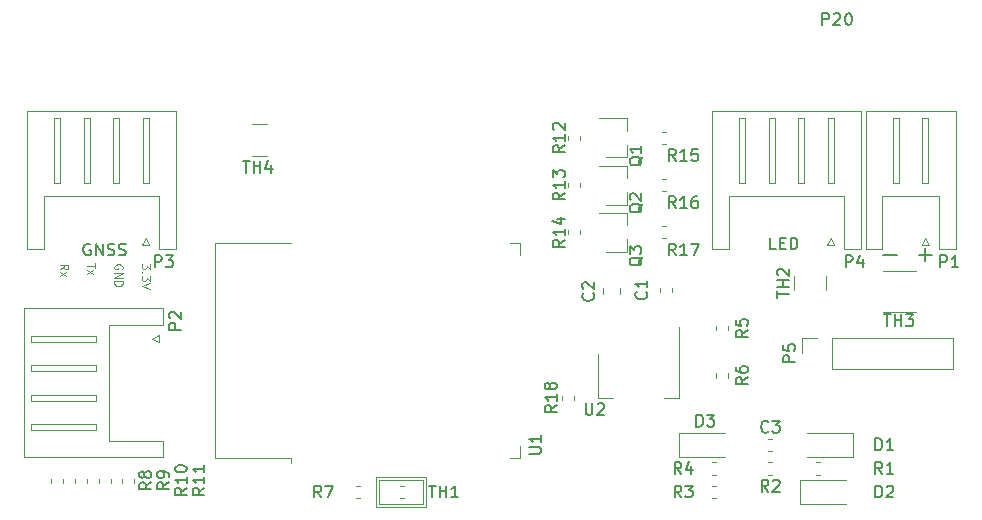
<source format=gto>
%TF.GenerationSoftware,KiCad,Pcbnew,(5.1.6)-1*%
%TF.CreationDate,2021-03-30T00:51:02+09:00*%
%TF.ProjectId,CubBELMonitor,43756242-454c-44d6-9f6e-69746f722e6b,rev?*%
%TF.SameCoordinates,Original*%
%TF.FileFunction,Legend,Top*%
%TF.FilePolarity,Positive*%
%FSLAX46Y46*%
G04 Gerber Fmt 4.6, Leading zero omitted, Abs format (unit mm)*
G04 Created by KiCad (PCBNEW (5.1.6)-1) date 2021-03-30 00:51:02*
%MOMM*%
%LPD*%
G01*
G04 APERTURE LIST*
%ADD10C,0.120000*%
%ADD11C,0.100000*%
%ADD12C,0.150000*%
%ADD13R,0.900000X2.000000*%
%ADD14R,2.000000X0.900000*%
%ADD15R,5.000000X5.000000*%
%ADD16O,1.950000X1.700000*%
%ADD17O,2.000000X1.700000*%
%ADD18R,1.200000X4.000000*%
%ADD19R,1.500000X2.000000*%
%ADD20R,3.800000X2.000000*%
%ADD21R,0.900000X0.800000*%
%ADD22R,1.700000X1.700000*%
%ADD23O,1.700000X1.700000*%
%ADD24O,1.700000X1.950000*%
%ADD25O,1.700000X2.000000*%
%ADD26R,0.900000X1.200000*%
G04 APERTURE END LIST*
D10*
X90500000Y-81750000D02*
X90500000Y-82000000D01*
X94750000Y-81750000D02*
X90500000Y-81750000D01*
X94750000Y-84250000D02*
X94750000Y-81750000D01*
X90500000Y-84250000D02*
X94750000Y-84250000D01*
X90500000Y-82000000D02*
X90500000Y-84250000D01*
X94500000Y-82000000D02*
X90750000Y-82000000D01*
X94500000Y-84000000D02*
X94500000Y-82000000D01*
X90750000Y-84000000D02*
X94500000Y-84000000D01*
X90750000Y-82000000D02*
X90750000Y-84000000D01*
D11*
X71333333Y-63665000D02*
X71333333Y-64098333D01*
X71066666Y-63865000D01*
X71066666Y-63965000D01*
X71033333Y-64031666D01*
X71000000Y-64065000D01*
X70933333Y-64098333D01*
X70766666Y-64098333D01*
X70700000Y-64065000D01*
X70666666Y-64031666D01*
X70633333Y-63965000D01*
X70633333Y-63765000D01*
X70666666Y-63698333D01*
X70700000Y-63665000D01*
X70700000Y-64398333D02*
X70666666Y-64431666D01*
X70633333Y-64398333D01*
X70666666Y-64365000D01*
X70700000Y-64398333D01*
X70633333Y-64398333D01*
X71333333Y-64665000D02*
X71333333Y-65098333D01*
X71066666Y-64865000D01*
X71066666Y-64965000D01*
X71033333Y-65031666D01*
X71000000Y-65065000D01*
X70933333Y-65098333D01*
X70766666Y-65098333D01*
X70700000Y-65065000D01*
X70666666Y-65031666D01*
X70633333Y-64965000D01*
X70633333Y-64765000D01*
X70666666Y-64698333D01*
X70700000Y-64665000D01*
X71333333Y-65298333D02*
X70633333Y-65531666D01*
X71333333Y-65765000D01*
X69000000Y-64098333D02*
X69033333Y-64031666D01*
X69033333Y-63931666D01*
X69000000Y-63831666D01*
X68933333Y-63765000D01*
X68866666Y-63731666D01*
X68733333Y-63698333D01*
X68633333Y-63698333D01*
X68500000Y-63731666D01*
X68433333Y-63765000D01*
X68366666Y-63831666D01*
X68333333Y-63931666D01*
X68333333Y-63998333D01*
X68366666Y-64098333D01*
X68400000Y-64131666D01*
X68633333Y-64131666D01*
X68633333Y-63998333D01*
X68333333Y-64431666D02*
X69033333Y-64431666D01*
X68333333Y-64831666D01*
X69033333Y-64831666D01*
X68333333Y-65165000D02*
X69033333Y-65165000D01*
X69033333Y-65331666D01*
X69000000Y-65431666D01*
X68933333Y-65498333D01*
X68866666Y-65531666D01*
X68733333Y-65565000D01*
X68633333Y-65565000D01*
X68500000Y-65531666D01*
X68433333Y-65498333D01*
X68366666Y-65431666D01*
X68333333Y-65331666D01*
X68333333Y-65165000D01*
X66733333Y-63631666D02*
X66733333Y-64031666D01*
X66033333Y-63831666D02*
X66733333Y-63831666D01*
X66033333Y-64198333D02*
X66500000Y-64565000D01*
X66500000Y-64198333D02*
X66033333Y-64565000D01*
X63733333Y-64131666D02*
X64066666Y-63898333D01*
X63733333Y-63731666D02*
X64433333Y-63731666D01*
X64433333Y-63998333D01*
X64400000Y-64065000D01*
X64366666Y-64098333D01*
X64300000Y-64131666D01*
X64200000Y-64131666D01*
X64133333Y-64098333D01*
X64100000Y-64065000D01*
X64066666Y-63998333D01*
X64066666Y-63731666D01*
X63733333Y-64365000D02*
X64200000Y-64731666D01*
X64200000Y-64365000D02*
X63733333Y-64731666D01*
D12*
X66285714Y-62000000D02*
X66190476Y-61952380D01*
X66047619Y-61952380D01*
X65904761Y-62000000D01*
X65809523Y-62095238D01*
X65761904Y-62190476D01*
X65714285Y-62380952D01*
X65714285Y-62523809D01*
X65761904Y-62714285D01*
X65809523Y-62809523D01*
X65904761Y-62904761D01*
X66047619Y-62952380D01*
X66142857Y-62952380D01*
X66285714Y-62904761D01*
X66333333Y-62857142D01*
X66333333Y-62523809D01*
X66142857Y-62523809D01*
X66761904Y-62952380D02*
X66761904Y-61952380D01*
X67333333Y-62952380D01*
X67333333Y-61952380D01*
X67761904Y-62904761D02*
X67904761Y-62952380D01*
X68142857Y-62952380D01*
X68238095Y-62904761D01*
X68285714Y-62857142D01*
X68333333Y-62761904D01*
X68333333Y-62666666D01*
X68285714Y-62571428D01*
X68238095Y-62523809D01*
X68142857Y-62476190D01*
X67952380Y-62428571D01*
X67857142Y-62380952D01*
X67809523Y-62333333D01*
X67761904Y-62238095D01*
X67761904Y-62142857D01*
X67809523Y-62047619D01*
X67857142Y-62000000D01*
X67952380Y-61952380D01*
X68190476Y-61952380D01*
X68333333Y-62000000D01*
X68714285Y-62904761D02*
X68857142Y-62952380D01*
X69095238Y-62952380D01*
X69190476Y-62904761D01*
X69238095Y-62857142D01*
X69285714Y-62761904D01*
X69285714Y-62666666D01*
X69238095Y-62571428D01*
X69190476Y-62523809D01*
X69095238Y-62476190D01*
X68904761Y-62428571D01*
X68809523Y-62380952D01*
X68761904Y-62333333D01*
X68714285Y-62238095D01*
X68714285Y-62142857D01*
X68761904Y-62047619D01*
X68809523Y-62000000D01*
X68904761Y-61952380D01*
X69142857Y-61952380D01*
X69285714Y-62000000D01*
X137571428Y-62892857D02*
X136428571Y-62892857D01*
X137000000Y-62321428D02*
X137000000Y-63464285D01*
X134571428Y-62892857D02*
X133428571Y-62892857D01*
X124357142Y-62452380D02*
X123880952Y-62452380D01*
X123880952Y-61452380D01*
X124690476Y-61928571D02*
X125023809Y-61928571D01*
X125166666Y-62452380D02*
X124690476Y-62452380D01*
X124690476Y-61452380D01*
X125166666Y-61452380D01*
X125595238Y-62452380D02*
X125595238Y-61452380D01*
X125833333Y-61452380D01*
X125976190Y-61500000D01*
X126071428Y-61595238D01*
X126119047Y-61690476D01*
X126166666Y-61880952D01*
X126166666Y-62023809D01*
X126119047Y-62214285D01*
X126071428Y-62309523D01*
X125976190Y-62404761D01*
X125833333Y-62452380D01*
X125595238Y-62452380D01*
D10*
%TO.C,R18*%
X107260000Y-75171267D02*
X107260000Y-74828733D01*
X106240000Y-75171267D02*
X106240000Y-74828733D01*
%TO.C,U1*%
X101855000Y-80120000D02*
X102635000Y-80120000D01*
X102635000Y-80120000D02*
X102635000Y-79120000D01*
X101855000Y-61880000D02*
X102635000Y-61880000D01*
X102635000Y-61880000D02*
X102635000Y-62880000D01*
X76890000Y-80120000D02*
X76890000Y-61880000D01*
X76890000Y-61880000D02*
X83310000Y-61880000D01*
X76890000Y-80120000D02*
X83310000Y-80120000D01*
X83310000Y-80120000D02*
X83310000Y-80500000D01*
%TO.C,C3*%
X123703733Y-79510000D02*
X124046267Y-79510000D01*
X123703733Y-78490000D02*
X124046267Y-78490000D01*
%TO.C,P2*%
X60690000Y-73750000D02*
X60690000Y-67440000D01*
X60690000Y-67440000D02*
X72410000Y-67440000D01*
X72410000Y-67440000D02*
X72410000Y-68860000D01*
X72410000Y-68860000D02*
X67910000Y-68860000D01*
X67910000Y-68860000D02*
X67910000Y-73750000D01*
X60690000Y-73750000D02*
X60690000Y-80060000D01*
X60690000Y-80060000D02*
X72410000Y-80060000D01*
X72410000Y-80060000D02*
X72410000Y-78640000D01*
X72410000Y-78640000D02*
X67910000Y-78640000D01*
X67910000Y-78640000D02*
X67910000Y-73750000D01*
X66800000Y-69750000D02*
X61300000Y-69750000D01*
X61300000Y-69750000D02*
X61300000Y-70250000D01*
X61300000Y-70250000D02*
X66800000Y-70250000D01*
X66800000Y-70250000D02*
X66800000Y-69750000D01*
X66800000Y-72250000D02*
X61300000Y-72250000D01*
X61300000Y-72250000D02*
X61300000Y-72750000D01*
X61300000Y-72750000D02*
X66800000Y-72750000D01*
X66800000Y-72750000D02*
X66800000Y-72250000D01*
X66800000Y-74750000D02*
X61300000Y-74750000D01*
X61300000Y-74750000D02*
X61300000Y-75250000D01*
X61300000Y-75250000D02*
X66800000Y-75250000D01*
X66800000Y-75250000D02*
X66800000Y-74750000D01*
X66800000Y-77250000D02*
X61300000Y-77250000D01*
X61300000Y-77250000D02*
X61300000Y-77750000D01*
X61300000Y-77750000D02*
X66800000Y-77750000D01*
X66800000Y-77750000D02*
X66800000Y-77250000D01*
X71500000Y-70000000D02*
X72100000Y-69700000D01*
X72100000Y-69700000D02*
X72100000Y-70300000D01*
X72100000Y-70300000D02*
X71500000Y-70000000D01*
%TO.C,U2*%
X109290000Y-75060000D02*
X110550000Y-75060000D01*
X116110000Y-75060000D02*
X114850000Y-75060000D01*
X109290000Y-71300000D02*
X109290000Y-75060000D01*
X116110000Y-69050000D02*
X116110000Y-75060000D01*
%TO.C,TH4*%
X80010436Y-51840000D02*
X81214564Y-51840000D01*
X80010436Y-54560000D02*
X81214564Y-54560000D01*
%TO.C,TH3*%
X133388748Y-64290000D02*
X136161252Y-64290000D01*
X133388748Y-67710000D02*
X136161252Y-67710000D01*
%TO.C,TH2*%
X128610000Y-64660436D02*
X128610000Y-65864564D01*
X125890000Y-64660436D02*
X125890000Y-65864564D01*
%TO.C,TH1*%
X92503733Y-82490000D02*
X92846267Y-82490000D01*
X92503733Y-83510000D02*
X92846267Y-83510000D01*
%TO.C,R17*%
X115046267Y-61510000D02*
X114703733Y-61510000D01*
X115046267Y-60490000D02*
X114703733Y-60490000D01*
%TO.C,R16*%
X115046267Y-57510000D02*
X114703733Y-57510000D01*
X115046267Y-56490000D02*
X114703733Y-56490000D01*
%TO.C,R15*%
X115046267Y-53510000D02*
X114703733Y-53510000D01*
X115046267Y-52490000D02*
X114703733Y-52490000D01*
%TO.C,R14*%
X107760000Y-60828733D02*
X107760000Y-61171267D01*
X106740000Y-60828733D02*
X106740000Y-61171267D01*
%TO.C,R13*%
X107760000Y-56828733D02*
X107760000Y-57171267D01*
X106740000Y-56828733D02*
X106740000Y-57171267D01*
%TO.C,R12*%
X107760000Y-52828733D02*
X107760000Y-53171267D01*
X106740000Y-52828733D02*
X106740000Y-53171267D01*
%TO.C,R11*%
X68990000Y-82246267D02*
X68990000Y-81903733D01*
X70010000Y-82246267D02*
X70010000Y-81903733D01*
%TO.C,R10*%
X66990000Y-82246267D02*
X66990000Y-81903733D01*
X68010000Y-82246267D02*
X68010000Y-81903733D01*
%TO.C,R9*%
X64990000Y-82246267D02*
X64990000Y-81903733D01*
X66010000Y-82246267D02*
X66010000Y-81903733D01*
%TO.C,R8*%
X62990000Y-82246267D02*
X62990000Y-81903733D01*
X64010000Y-82246267D02*
X64010000Y-81903733D01*
%TO.C,R7*%
X88753733Y-82490000D02*
X89096267Y-82490000D01*
X88753733Y-83510000D02*
X89096267Y-83510000D01*
%TO.C,R6*%
X119240000Y-72953733D02*
X119240000Y-73296267D01*
X120260000Y-72953733D02*
X120260000Y-73296267D01*
%TO.C,R5*%
X120260000Y-68953733D02*
X120260000Y-69296267D01*
X119240000Y-68953733D02*
X119240000Y-69296267D01*
%TO.C,R4*%
X119296267Y-81510000D02*
X118953733Y-81510000D01*
X119296267Y-80490000D02*
X118953733Y-80490000D01*
%TO.C,R3*%
X119296267Y-83510000D02*
X118953733Y-83510000D01*
X119296267Y-82490000D02*
X118953733Y-82490000D01*
%TO.C,R2*%
X124046267Y-81510000D02*
X123703733Y-81510000D01*
X124046267Y-80490000D02*
X123703733Y-80490000D01*
%TO.C,R1*%
X128046267Y-81510000D02*
X127703733Y-81510000D01*
X128046267Y-80490000D02*
X127703733Y-80490000D01*
%TO.C,Q3*%
X109350000Y-59350000D02*
X111750000Y-59350000D01*
X111750000Y-59350000D02*
X111750000Y-60400000D01*
X109950000Y-62650000D02*
X111750000Y-62650000D01*
X111750000Y-62650000D02*
X111750000Y-61600000D01*
%TO.C,Q2*%
X109350000Y-55350000D02*
X111750000Y-55350000D01*
X111750000Y-55350000D02*
X111750000Y-56400000D01*
X109950000Y-58650000D02*
X111750000Y-58650000D01*
X111750000Y-58650000D02*
X111750000Y-57600000D01*
%TO.C,Q1*%
X109350000Y-51350000D02*
X111750000Y-51350000D01*
X111750000Y-51350000D02*
X111750000Y-52400000D01*
X109950000Y-54650000D02*
X111750000Y-54650000D01*
X111750000Y-54650000D02*
X111750000Y-53600000D01*
%TO.C,P5*%
X129110000Y-72580000D02*
X129110000Y-69920000D01*
X129110000Y-72580000D02*
X139330000Y-72580000D01*
X139330000Y-72580000D02*
X139330000Y-69920000D01*
X129110000Y-69920000D02*
X139330000Y-69920000D01*
X126510000Y-69920000D02*
X127840000Y-69920000D01*
X126510000Y-71250000D02*
X126510000Y-69920000D01*
%TO.C,P4*%
X125250000Y-50690000D02*
X131560000Y-50690000D01*
X131560000Y-50690000D02*
X131560000Y-62410000D01*
X131560000Y-62410000D02*
X130140000Y-62410000D01*
X130140000Y-62410000D02*
X130140000Y-57910000D01*
X130140000Y-57910000D02*
X125250000Y-57910000D01*
X125250000Y-50690000D02*
X118940000Y-50690000D01*
X118940000Y-50690000D02*
X118940000Y-62410000D01*
X118940000Y-62410000D02*
X120360000Y-62410000D01*
X120360000Y-62410000D02*
X120360000Y-57910000D01*
X120360000Y-57910000D02*
X125250000Y-57910000D01*
X129250000Y-56800000D02*
X129250000Y-51300000D01*
X129250000Y-51300000D02*
X128750000Y-51300000D01*
X128750000Y-51300000D02*
X128750000Y-56800000D01*
X128750000Y-56800000D02*
X129250000Y-56800000D01*
X126750000Y-56800000D02*
X126750000Y-51300000D01*
X126750000Y-51300000D02*
X126250000Y-51300000D01*
X126250000Y-51300000D02*
X126250000Y-56800000D01*
X126250000Y-56800000D02*
X126750000Y-56800000D01*
X124250000Y-56800000D02*
X124250000Y-51300000D01*
X124250000Y-51300000D02*
X123750000Y-51300000D01*
X123750000Y-51300000D02*
X123750000Y-56800000D01*
X123750000Y-56800000D02*
X124250000Y-56800000D01*
X121750000Y-56800000D02*
X121750000Y-51300000D01*
X121750000Y-51300000D02*
X121250000Y-51300000D01*
X121250000Y-51300000D02*
X121250000Y-56800000D01*
X121250000Y-56800000D02*
X121750000Y-56800000D01*
X129000000Y-61500000D02*
X129300000Y-62100000D01*
X129300000Y-62100000D02*
X128700000Y-62100000D01*
X128700000Y-62100000D02*
X129000000Y-61500000D01*
%TO.C,P3*%
X70700000Y-62100000D02*
X71000000Y-61500000D01*
X71300000Y-62100000D02*
X70700000Y-62100000D01*
X71000000Y-61500000D02*
X71300000Y-62100000D01*
X63250000Y-56800000D02*
X63750000Y-56800000D01*
X63250000Y-51300000D02*
X63250000Y-56800000D01*
X63750000Y-51300000D02*
X63250000Y-51300000D01*
X63750000Y-56800000D02*
X63750000Y-51300000D01*
X65750000Y-56800000D02*
X66250000Y-56800000D01*
X65750000Y-51300000D02*
X65750000Y-56800000D01*
X66250000Y-51300000D02*
X65750000Y-51300000D01*
X66250000Y-56800000D02*
X66250000Y-51300000D01*
X68250000Y-56800000D02*
X68750000Y-56800000D01*
X68250000Y-51300000D02*
X68250000Y-56800000D01*
X68750000Y-51300000D02*
X68250000Y-51300000D01*
X68750000Y-56800000D02*
X68750000Y-51300000D01*
X70750000Y-56800000D02*
X71250000Y-56800000D01*
X70750000Y-51300000D02*
X70750000Y-56800000D01*
X71250000Y-51300000D02*
X70750000Y-51300000D01*
X71250000Y-56800000D02*
X71250000Y-51300000D01*
X62360000Y-57910000D02*
X67250000Y-57910000D01*
X62360000Y-62410000D02*
X62360000Y-57910000D01*
X60940000Y-62410000D02*
X62360000Y-62410000D01*
X60940000Y-50690000D02*
X60940000Y-62410000D01*
X67250000Y-50690000D02*
X60940000Y-50690000D01*
X72140000Y-57910000D02*
X67250000Y-57910000D01*
X72140000Y-62410000D02*
X72140000Y-57910000D01*
X73560000Y-62410000D02*
X72140000Y-62410000D01*
X73560000Y-50690000D02*
X73560000Y-62410000D01*
X67250000Y-50690000D02*
X73560000Y-50690000D01*
%TO.C,P1*%
X135750000Y-50690000D02*
X139560000Y-50690000D01*
X139560000Y-50690000D02*
X139560000Y-62410000D01*
X139560000Y-62410000D02*
X138140000Y-62410000D01*
X138140000Y-62410000D02*
X138140000Y-57910000D01*
X138140000Y-57910000D02*
X135750000Y-57910000D01*
X135750000Y-50690000D02*
X131940000Y-50690000D01*
X131940000Y-50690000D02*
X131940000Y-62410000D01*
X131940000Y-62410000D02*
X133360000Y-62410000D01*
X133360000Y-62410000D02*
X133360000Y-57910000D01*
X133360000Y-57910000D02*
X135750000Y-57910000D01*
X137250000Y-56800000D02*
X137250000Y-51300000D01*
X137250000Y-51300000D02*
X136750000Y-51300000D01*
X136750000Y-51300000D02*
X136750000Y-56800000D01*
X136750000Y-56800000D02*
X137250000Y-56800000D01*
X134750000Y-56800000D02*
X134750000Y-51300000D01*
X134750000Y-51300000D02*
X134250000Y-51300000D01*
X134250000Y-51300000D02*
X134250000Y-56800000D01*
X134250000Y-56800000D02*
X134750000Y-56800000D01*
X137000000Y-61500000D02*
X137300000Y-62100000D01*
X137300000Y-62100000D02*
X136700000Y-62100000D01*
X136700000Y-62100000D02*
X137000000Y-61500000D01*
%TO.C,D3*%
X116100000Y-78000000D02*
X116100000Y-80000000D01*
X116100000Y-80000000D02*
X120000000Y-80000000D01*
X116100000Y-78000000D02*
X120000000Y-78000000D01*
%TO.C,D2*%
X126400000Y-82000000D02*
X126400000Y-84000000D01*
X126400000Y-84000000D02*
X130300000Y-84000000D01*
X126400000Y-82000000D02*
X130300000Y-82000000D01*
%TO.C,D1*%
X130900000Y-80000000D02*
X130900000Y-78000000D01*
X130900000Y-78000000D02*
X127000000Y-78000000D01*
X130900000Y-80000000D02*
X127000000Y-80000000D01*
%TO.C,C2*%
X109690000Y-66236252D02*
X109690000Y-65713748D01*
X111110000Y-66236252D02*
X111110000Y-65713748D01*
%TO.C,C1*%
X114490000Y-66046267D02*
X114490000Y-65703733D01*
X115510000Y-66046267D02*
X115510000Y-65703733D01*
%TO.C,R18*%
D12*
X105772380Y-75642857D02*
X105296190Y-75976190D01*
X105772380Y-76214285D02*
X104772380Y-76214285D01*
X104772380Y-75833333D01*
X104820000Y-75738095D01*
X104867619Y-75690476D01*
X104962857Y-75642857D01*
X105105714Y-75642857D01*
X105200952Y-75690476D01*
X105248571Y-75738095D01*
X105296190Y-75833333D01*
X105296190Y-76214285D01*
X105772380Y-74690476D02*
X105772380Y-75261904D01*
X105772380Y-74976190D02*
X104772380Y-74976190D01*
X104915238Y-75071428D01*
X105010476Y-75166666D01*
X105058095Y-75261904D01*
X105200952Y-74119047D02*
X105153333Y-74214285D01*
X105105714Y-74261904D01*
X105010476Y-74309523D01*
X104962857Y-74309523D01*
X104867619Y-74261904D01*
X104820000Y-74214285D01*
X104772380Y-74119047D01*
X104772380Y-73928571D01*
X104820000Y-73833333D01*
X104867619Y-73785714D01*
X104962857Y-73738095D01*
X105010476Y-73738095D01*
X105105714Y-73785714D01*
X105153333Y-73833333D01*
X105200952Y-73928571D01*
X105200952Y-74119047D01*
X105248571Y-74214285D01*
X105296190Y-74261904D01*
X105391428Y-74309523D01*
X105581904Y-74309523D01*
X105677142Y-74261904D01*
X105724761Y-74214285D01*
X105772380Y-74119047D01*
X105772380Y-73928571D01*
X105724761Y-73833333D01*
X105677142Y-73785714D01*
X105581904Y-73738095D01*
X105391428Y-73738095D01*
X105296190Y-73785714D01*
X105248571Y-73833333D01*
X105200952Y-73928571D01*
%TO.C,U1*%
X103452380Y-79761904D02*
X104261904Y-79761904D01*
X104357142Y-79714285D01*
X104404761Y-79666666D01*
X104452380Y-79571428D01*
X104452380Y-79380952D01*
X104404761Y-79285714D01*
X104357142Y-79238095D01*
X104261904Y-79190476D01*
X103452380Y-79190476D01*
X104452380Y-78190476D02*
X104452380Y-78761904D01*
X104452380Y-78476190D02*
X103452380Y-78476190D01*
X103595238Y-78571428D01*
X103690476Y-78666666D01*
X103738095Y-78761904D01*
%TO.C,C3*%
X123708333Y-77857142D02*
X123660714Y-77904761D01*
X123517857Y-77952380D01*
X123422619Y-77952380D01*
X123279761Y-77904761D01*
X123184523Y-77809523D01*
X123136904Y-77714285D01*
X123089285Y-77523809D01*
X123089285Y-77380952D01*
X123136904Y-77190476D01*
X123184523Y-77095238D01*
X123279761Y-77000000D01*
X123422619Y-76952380D01*
X123517857Y-76952380D01*
X123660714Y-77000000D01*
X123708333Y-77047619D01*
X124041666Y-76952380D02*
X124660714Y-76952380D01*
X124327380Y-77333333D01*
X124470238Y-77333333D01*
X124565476Y-77380952D01*
X124613095Y-77428571D01*
X124660714Y-77523809D01*
X124660714Y-77761904D01*
X124613095Y-77857142D01*
X124565476Y-77904761D01*
X124470238Y-77952380D01*
X124184523Y-77952380D01*
X124089285Y-77904761D01*
X124041666Y-77857142D01*
%TO.C,P2*%
X73952380Y-69238095D02*
X72952380Y-69238095D01*
X72952380Y-68857142D01*
X73000000Y-68761904D01*
X73047619Y-68714285D01*
X73142857Y-68666666D01*
X73285714Y-68666666D01*
X73380952Y-68714285D01*
X73428571Y-68761904D01*
X73476190Y-68857142D01*
X73476190Y-69238095D01*
X73047619Y-68285714D02*
X73000000Y-68238095D01*
X72952380Y-68142857D01*
X72952380Y-67904761D01*
X73000000Y-67809523D01*
X73047619Y-67761904D01*
X73142857Y-67714285D01*
X73238095Y-67714285D01*
X73380952Y-67761904D01*
X73952380Y-68333333D01*
X73952380Y-67714285D01*
%TO.C,P20*%
X128285714Y-43452380D02*
X128285714Y-42452380D01*
X128666666Y-42452380D01*
X128761904Y-42500000D01*
X128809523Y-42547619D01*
X128857142Y-42642857D01*
X128857142Y-42785714D01*
X128809523Y-42880952D01*
X128761904Y-42928571D01*
X128666666Y-42976190D01*
X128285714Y-42976190D01*
X129238095Y-42547619D02*
X129285714Y-42500000D01*
X129380952Y-42452380D01*
X129619047Y-42452380D01*
X129714285Y-42500000D01*
X129761904Y-42547619D01*
X129809523Y-42642857D01*
X129809523Y-42738095D01*
X129761904Y-42880952D01*
X129190476Y-43452380D01*
X129809523Y-43452380D01*
X130428571Y-42452380D02*
X130523809Y-42452380D01*
X130619047Y-42500000D01*
X130666666Y-42547619D01*
X130714285Y-42642857D01*
X130761904Y-42833333D01*
X130761904Y-43071428D01*
X130714285Y-43261904D01*
X130666666Y-43357142D01*
X130619047Y-43404761D01*
X130523809Y-43452380D01*
X130428571Y-43452380D01*
X130333333Y-43404761D01*
X130285714Y-43357142D01*
X130238095Y-43261904D01*
X130190476Y-43071428D01*
X130190476Y-42833333D01*
X130238095Y-42642857D01*
X130285714Y-42547619D01*
X130333333Y-42500000D01*
X130428571Y-42452380D01*
%TO.C,U2*%
X108238095Y-75452380D02*
X108238095Y-76261904D01*
X108285714Y-76357142D01*
X108333333Y-76404761D01*
X108428571Y-76452380D01*
X108619047Y-76452380D01*
X108714285Y-76404761D01*
X108761904Y-76357142D01*
X108809523Y-76261904D01*
X108809523Y-75452380D01*
X109238095Y-75547619D02*
X109285714Y-75500000D01*
X109380952Y-75452380D01*
X109619047Y-75452380D01*
X109714285Y-75500000D01*
X109761904Y-75547619D01*
X109809523Y-75642857D01*
X109809523Y-75738095D01*
X109761904Y-75880952D01*
X109190476Y-76452380D01*
X109809523Y-76452380D01*
%TO.C,TH4*%
X79214285Y-54952380D02*
X79785714Y-54952380D01*
X79500000Y-55952380D02*
X79500000Y-54952380D01*
X80119047Y-55952380D02*
X80119047Y-54952380D01*
X80119047Y-55428571D02*
X80690476Y-55428571D01*
X80690476Y-55952380D02*
X80690476Y-54952380D01*
X81595238Y-55285714D02*
X81595238Y-55952380D01*
X81357142Y-54904761D02*
X81119047Y-55619047D01*
X81738095Y-55619047D01*
%TO.C,TH3*%
X133489285Y-67952380D02*
X134060714Y-67952380D01*
X133775000Y-68952380D02*
X133775000Y-67952380D01*
X134394047Y-68952380D02*
X134394047Y-67952380D01*
X134394047Y-68428571D02*
X134965476Y-68428571D01*
X134965476Y-68952380D02*
X134965476Y-67952380D01*
X135346428Y-67952380D02*
X135965476Y-67952380D01*
X135632142Y-68333333D01*
X135775000Y-68333333D01*
X135870238Y-68380952D01*
X135917857Y-68428571D01*
X135965476Y-68523809D01*
X135965476Y-68761904D01*
X135917857Y-68857142D01*
X135870238Y-68904761D01*
X135775000Y-68952380D01*
X135489285Y-68952380D01*
X135394047Y-68904761D01*
X135346428Y-68857142D01*
%TO.C,TH2*%
X124452380Y-66548214D02*
X124452380Y-65976785D01*
X125452380Y-66262500D02*
X124452380Y-66262500D01*
X125452380Y-65643452D02*
X124452380Y-65643452D01*
X124928571Y-65643452D02*
X124928571Y-65072023D01*
X125452380Y-65072023D02*
X124452380Y-65072023D01*
X124547619Y-64643452D02*
X124500000Y-64595833D01*
X124452380Y-64500595D01*
X124452380Y-64262500D01*
X124500000Y-64167261D01*
X124547619Y-64119642D01*
X124642857Y-64072023D01*
X124738095Y-64072023D01*
X124880952Y-64119642D01*
X125452380Y-64691071D01*
X125452380Y-64072023D01*
%TO.C,TH1*%
X94964285Y-82452380D02*
X95535714Y-82452380D01*
X95250000Y-83452380D02*
X95250000Y-82452380D01*
X95869047Y-83452380D02*
X95869047Y-82452380D01*
X95869047Y-82928571D02*
X96440476Y-82928571D01*
X96440476Y-83452380D02*
X96440476Y-82452380D01*
X97440476Y-83452380D02*
X96869047Y-83452380D01*
X97154761Y-83452380D02*
X97154761Y-82452380D01*
X97059523Y-82595238D01*
X96964285Y-82690476D01*
X96869047Y-82738095D01*
%TO.C,R17*%
X115857142Y-62952380D02*
X115523809Y-62476190D01*
X115285714Y-62952380D02*
X115285714Y-61952380D01*
X115666666Y-61952380D01*
X115761904Y-62000000D01*
X115809523Y-62047619D01*
X115857142Y-62142857D01*
X115857142Y-62285714D01*
X115809523Y-62380952D01*
X115761904Y-62428571D01*
X115666666Y-62476190D01*
X115285714Y-62476190D01*
X116809523Y-62952380D02*
X116238095Y-62952380D01*
X116523809Y-62952380D02*
X116523809Y-61952380D01*
X116428571Y-62095238D01*
X116333333Y-62190476D01*
X116238095Y-62238095D01*
X117142857Y-61952380D02*
X117809523Y-61952380D01*
X117380952Y-62952380D01*
%TO.C,R16*%
X115857142Y-58952380D02*
X115523809Y-58476190D01*
X115285714Y-58952380D02*
X115285714Y-57952380D01*
X115666666Y-57952380D01*
X115761904Y-58000000D01*
X115809523Y-58047619D01*
X115857142Y-58142857D01*
X115857142Y-58285714D01*
X115809523Y-58380952D01*
X115761904Y-58428571D01*
X115666666Y-58476190D01*
X115285714Y-58476190D01*
X116809523Y-58952380D02*
X116238095Y-58952380D01*
X116523809Y-58952380D02*
X116523809Y-57952380D01*
X116428571Y-58095238D01*
X116333333Y-58190476D01*
X116238095Y-58238095D01*
X117666666Y-57952380D02*
X117476190Y-57952380D01*
X117380952Y-58000000D01*
X117333333Y-58047619D01*
X117238095Y-58190476D01*
X117190476Y-58380952D01*
X117190476Y-58761904D01*
X117238095Y-58857142D01*
X117285714Y-58904761D01*
X117380952Y-58952380D01*
X117571428Y-58952380D01*
X117666666Y-58904761D01*
X117714285Y-58857142D01*
X117761904Y-58761904D01*
X117761904Y-58523809D01*
X117714285Y-58428571D01*
X117666666Y-58380952D01*
X117571428Y-58333333D01*
X117380952Y-58333333D01*
X117285714Y-58380952D01*
X117238095Y-58428571D01*
X117190476Y-58523809D01*
%TO.C,R15*%
X115857142Y-54952380D02*
X115523809Y-54476190D01*
X115285714Y-54952380D02*
X115285714Y-53952380D01*
X115666666Y-53952380D01*
X115761904Y-54000000D01*
X115809523Y-54047619D01*
X115857142Y-54142857D01*
X115857142Y-54285714D01*
X115809523Y-54380952D01*
X115761904Y-54428571D01*
X115666666Y-54476190D01*
X115285714Y-54476190D01*
X116809523Y-54952380D02*
X116238095Y-54952380D01*
X116523809Y-54952380D02*
X116523809Y-53952380D01*
X116428571Y-54095238D01*
X116333333Y-54190476D01*
X116238095Y-54238095D01*
X117714285Y-53952380D02*
X117238095Y-53952380D01*
X117190476Y-54428571D01*
X117238095Y-54380952D01*
X117333333Y-54333333D01*
X117571428Y-54333333D01*
X117666666Y-54380952D01*
X117714285Y-54428571D01*
X117761904Y-54523809D01*
X117761904Y-54761904D01*
X117714285Y-54857142D01*
X117666666Y-54904761D01*
X117571428Y-54952380D01*
X117333333Y-54952380D01*
X117238095Y-54904761D01*
X117190476Y-54857142D01*
%TO.C,R14*%
X106452380Y-61642857D02*
X105976190Y-61976190D01*
X106452380Y-62214285D02*
X105452380Y-62214285D01*
X105452380Y-61833333D01*
X105500000Y-61738095D01*
X105547619Y-61690476D01*
X105642857Y-61642857D01*
X105785714Y-61642857D01*
X105880952Y-61690476D01*
X105928571Y-61738095D01*
X105976190Y-61833333D01*
X105976190Y-62214285D01*
X106452380Y-60690476D02*
X106452380Y-61261904D01*
X106452380Y-60976190D02*
X105452380Y-60976190D01*
X105595238Y-61071428D01*
X105690476Y-61166666D01*
X105738095Y-61261904D01*
X105785714Y-59833333D02*
X106452380Y-59833333D01*
X105404761Y-60071428D02*
X106119047Y-60309523D01*
X106119047Y-59690476D01*
%TO.C,R13*%
X106452380Y-57642857D02*
X105976190Y-57976190D01*
X106452380Y-58214285D02*
X105452380Y-58214285D01*
X105452380Y-57833333D01*
X105500000Y-57738095D01*
X105547619Y-57690476D01*
X105642857Y-57642857D01*
X105785714Y-57642857D01*
X105880952Y-57690476D01*
X105928571Y-57738095D01*
X105976190Y-57833333D01*
X105976190Y-58214285D01*
X106452380Y-56690476D02*
X106452380Y-57261904D01*
X106452380Y-56976190D02*
X105452380Y-56976190D01*
X105595238Y-57071428D01*
X105690476Y-57166666D01*
X105738095Y-57261904D01*
X105452380Y-56357142D02*
X105452380Y-55738095D01*
X105833333Y-56071428D01*
X105833333Y-55928571D01*
X105880952Y-55833333D01*
X105928571Y-55785714D01*
X106023809Y-55738095D01*
X106261904Y-55738095D01*
X106357142Y-55785714D01*
X106404761Y-55833333D01*
X106452380Y-55928571D01*
X106452380Y-56214285D01*
X106404761Y-56309523D01*
X106357142Y-56357142D01*
%TO.C,R12*%
X106452380Y-53642857D02*
X105976190Y-53976190D01*
X106452380Y-54214285D02*
X105452380Y-54214285D01*
X105452380Y-53833333D01*
X105500000Y-53738095D01*
X105547619Y-53690476D01*
X105642857Y-53642857D01*
X105785714Y-53642857D01*
X105880952Y-53690476D01*
X105928571Y-53738095D01*
X105976190Y-53833333D01*
X105976190Y-54214285D01*
X106452380Y-52690476D02*
X106452380Y-53261904D01*
X106452380Y-52976190D02*
X105452380Y-52976190D01*
X105595238Y-53071428D01*
X105690476Y-53166666D01*
X105738095Y-53261904D01*
X105547619Y-52309523D02*
X105500000Y-52261904D01*
X105452380Y-52166666D01*
X105452380Y-51928571D01*
X105500000Y-51833333D01*
X105547619Y-51785714D01*
X105642857Y-51738095D01*
X105738095Y-51738095D01*
X105880952Y-51785714D01*
X106452380Y-52357142D01*
X106452380Y-51738095D01*
%TO.C,R11*%
X75952380Y-82642857D02*
X75476190Y-82976190D01*
X75952380Y-83214285D02*
X74952380Y-83214285D01*
X74952380Y-82833333D01*
X75000000Y-82738095D01*
X75047619Y-82690476D01*
X75142857Y-82642857D01*
X75285714Y-82642857D01*
X75380952Y-82690476D01*
X75428571Y-82738095D01*
X75476190Y-82833333D01*
X75476190Y-83214285D01*
X75952380Y-81690476D02*
X75952380Y-82261904D01*
X75952380Y-81976190D02*
X74952380Y-81976190D01*
X75095238Y-82071428D01*
X75190476Y-82166666D01*
X75238095Y-82261904D01*
X75952380Y-80738095D02*
X75952380Y-81309523D01*
X75952380Y-81023809D02*
X74952380Y-81023809D01*
X75095238Y-81119047D01*
X75190476Y-81214285D01*
X75238095Y-81309523D01*
%TO.C,R10*%
X74452380Y-82642857D02*
X73976190Y-82976190D01*
X74452380Y-83214285D02*
X73452380Y-83214285D01*
X73452380Y-82833333D01*
X73500000Y-82738095D01*
X73547619Y-82690476D01*
X73642857Y-82642857D01*
X73785714Y-82642857D01*
X73880952Y-82690476D01*
X73928571Y-82738095D01*
X73976190Y-82833333D01*
X73976190Y-83214285D01*
X74452380Y-81690476D02*
X74452380Y-82261904D01*
X74452380Y-81976190D02*
X73452380Y-81976190D01*
X73595238Y-82071428D01*
X73690476Y-82166666D01*
X73738095Y-82261904D01*
X73452380Y-81071428D02*
X73452380Y-80976190D01*
X73500000Y-80880952D01*
X73547619Y-80833333D01*
X73642857Y-80785714D01*
X73833333Y-80738095D01*
X74071428Y-80738095D01*
X74261904Y-80785714D01*
X74357142Y-80833333D01*
X74404761Y-80880952D01*
X74452380Y-80976190D01*
X74452380Y-81071428D01*
X74404761Y-81166666D01*
X74357142Y-81214285D01*
X74261904Y-81261904D01*
X74071428Y-81309523D01*
X73833333Y-81309523D01*
X73642857Y-81261904D01*
X73547619Y-81214285D01*
X73500000Y-81166666D01*
X73452380Y-81071428D01*
%TO.C,R9*%
X72952380Y-82166666D02*
X72476190Y-82500000D01*
X72952380Y-82738095D02*
X71952380Y-82738095D01*
X71952380Y-82357142D01*
X72000000Y-82261904D01*
X72047619Y-82214285D01*
X72142857Y-82166666D01*
X72285714Y-82166666D01*
X72380952Y-82214285D01*
X72428571Y-82261904D01*
X72476190Y-82357142D01*
X72476190Y-82738095D01*
X72952380Y-81690476D02*
X72952380Y-81500000D01*
X72904761Y-81404761D01*
X72857142Y-81357142D01*
X72714285Y-81261904D01*
X72523809Y-81214285D01*
X72142857Y-81214285D01*
X72047619Y-81261904D01*
X72000000Y-81309523D01*
X71952380Y-81404761D01*
X71952380Y-81595238D01*
X72000000Y-81690476D01*
X72047619Y-81738095D01*
X72142857Y-81785714D01*
X72380952Y-81785714D01*
X72476190Y-81738095D01*
X72523809Y-81690476D01*
X72571428Y-81595238D01*
X72571428Y-81404761D01*
X72523809Y-81309523D01*
X72476190Y-81261904D01*
X72380952Y-81214285D01*
%TO.C,R8*%
X71452380Y-82166666D02*
X70976190Y-82500000D01*
X71452380Y-82738095D02*
X70452380Y-82738095D01*
X70452380Y-82357142D01*
X70500000Y-82261904D01*
X70547619Y-82214285D01*
X70642857Y-82166666D01*
X70785714Y-82166666D01*
X70880952Y-82214285D01*
X70928571Y-82261904D01*
X70976190Y-82357142D01*
X70976190Y-82738095D01*
X70880952Y-81595238D02*
X70833333Y-81690476D01*
X70785714Y-81738095D01*
X70690476Y-81785714D01*
X70642857Y-81785714D01*
X70547619Y-81738095D01*
X70500000Y-81690476D01*
X70452380Y-81595238D01*
X70452380Y-81404761D01*
X70500000Y-81309523D01*
X70547619Y-81261904D01*
X70642857Y-81214285D01*
X70690476Y-81214285D01*
X70785714Y-81261904D01*
X70833333Y-81309523D01*
X70880952Y-81404761D01*
X70880952Y-81595238D01*
X70928571Y-81690476D01*
X70976190Y-81738095D01*
X71071428Y-81785714D01*
X71261904Y-81785714D01*
X71357142Y-81738095D01*
X71404761Y-81690476D01*
X71452380Y-81595238D01*
X71452380Y-81404761D01*
X71404761Y-81309523D01*
X71357142Y-81261904D01*
X71261904Y-81214285D01*
X71071428Y-81214285D01*
X70976190Y-81261904D01*
X70928571Y-81309523D01*
X70880952Y-81404761D01*
%TO.C,R7*%
X85833333Y-83452380D02*
X85500000Y-82976190D01*
X85261904Y-83452380D02*
X85261904Y-82452380D01*
X85642857Y-82452380D01*
X85738095Y-82500000D01*
X85785714Y-82547619D01*
X85833333Y-82642857D01*
X85833333Y-82785714D01*
X85785714Y-82880952D01*
X85738095Y-82928571D01*
X85642857Y-82976190D01*
X85261904Y-82976190D01*
X86166666Y-82452380D02*
X86833333Y-82452380D01*
X86404761Y-83452380D01*
%TO.C,R6*%
X121952380Y-73291666D02*
X121476190Y-73625000D01*
X121952380Y-73863095D02*
X120952380Y-73863095D01*
X120952380Y-73482142D01*
X121000000Y-73386904D01*
X121047619Y-73339285D01*
X121142857Y-73291666D01*
X121285714Y-73291666D01*
X121380952Y-73339285D01*
X121428571Y-73386904D01*
X121476190Y-73482142D01*
X121476190Y-73863095D01*
X120952380Y-72434523D02*
X120952380Y-72625000D01*
X121000000Y-72720238D01*
X121047619Y-72767857D01*
X121190476Y-72863095D01*
X121380952Y-72910714D01*
X121761904Y-72910714D01*
X121857142Y-72863095D01*
X121904761Y-72815476D01*
X121952380Y-72720238D01*
X121952380Y-72529761D01*
X121904761Y-72434523D01*
X121857142Y-72386904D01*
X121761904Y-72339285D01*
X121523809Y-72339285D01*
X121428571Y-72386904D01*
X121380952Y-72434523D01*
X121333333Y-72529761D01*
X121333333Y-72720238D01*
X121380952Y-72815476D01*
X121428571Y-72863095D01*
X121523809Y-72910714D01*
%TO.C,R5*%
X121952380Y-69291666D02*
X121476190Y-69625000D01*
X121952380Y-69863095D02*
X120952380Y-69863095D01*
X120952380Y-69482142D01*
X121000000Y-69386904D01*
X121047619Y-69339285D01*
X121142857Y-69291666D01*
X121285714Y-69291666D01*
X121380952Y-69339285D01*
X121428571Y-69386904D01*
X121476190Y-69482142D01*
X121476190Y-69863095D01*
X120952380Y-68386904D02*
X120952380Y-68863095D01*
X121428571Y-68910714D01*
X121380952Y-68863095D01*
X121333333Y-68767857D01*
X121333333Y-68529761D01*
X121380952Y-68434523D01*
X121428571Y-68386904D01*
X121523809Y-68339285D01*
X121761904Y-68339285D01*
X121857142Y-68386904D01*
X121904761Y-68434523D01*
X121952380Y-68529761D01*
X121952380Y-68767857D01*
X121904761Y-68863095D01*
X121857142Y-68910714D01*
%TO.C,R4*%
X116333333Y-81452380D02*
X116000000Y-80976190D01*
X115761904Y-81452380D02*
X115761904Y-80452380D01*
X116142857Y-80452380D01*
X116238095Y-80500000D01*
X116285714Y-80547619D01*
X116333333Y-80642857D01*
X116333333Y-80785714D01*
X116285714Y-80880952D01*
X116238095Y-80928571D01*
X116142857Y-80976190D01*
X115761904Y-80976190D01*
X117190476Y-80785714D02*
X117190476Y-81452380D01*
X116952380Y-80404761D02*
X116714285Y-81119047D01*
X117333333Y-81119047D01*
%TO.C,R3*%
X116333333Y-83452380D02*
X116000000Y-82976190D01*
X115761904Y-83452380D02*
X115761904Y-82452380D01*
X116142857Y-82452380D01*
X116238095Y-82500000D01*
X116285714Y-82547619D01*
X116333333Y-82642857D01*
X116333333Y-82785714D01*
X116285714Y-82880952D01*
X116238095Y-82928571D01*
X116142857Y-82976190D01*
X115761904Y-82976190D01*
X116666666Y-82452380D02*
X117285714Y-82452380D01*
X116952380Y-82833333D01*
X117095238Y-82833333D01*
X117190476Y-82880952D01*
X117238095Y-82928571D01*
X117285714Y-83023809D01*
X117285714Y-83261904D01*
X117238095Y-83357142D01*
X117190476Y-83404761D01*
X117095238Y-83452380D01*
X116809523Y-83452380D01*
X116714285Y-83404761D01*
X116666666Y-83357142D01*
%TO.C,R2*%
X123708333Y-82952380D02*
X123375000Y-82476190D01*
X123136904Y-82952380D02*
X123136904Y-81952380D01*
X123517857Y-81952380D01*
X123613095Y-82000000D01*
X123660714Y-82047619D01*
X123708333Y-82142857D01*
X123708333Y-82285714D01*
X123660714Y-82380952D01*
X123613095Y-82428571D01*
X123517857Y-82476190D01*
X123136904Y-82476190D01*
X124089285Y-82047619D02*
X124136904Y-82000000D01*
X124232142Y-81952380D01*
X124470238Y-81952380D01*
X124565476Y-82000000D01*
X124613095Y-82047619D01*
X124660714Y-82142857D01*
X124660714Y-82238095D01*
X124613095Y-82380952D01*
X124041666Y-82952380D01*
X124660714Y-82952380D01*
%TO.C,R1*%
X133333333Y-81452380D02*
X133000000Y-80976190D01*
X132761904Y-81452380D02*
X132761904Y-80452380D01*
X133142857Y-80452380D01*
X133238095Y-80500000D01*
X133285714Y-80547619D01*
X133333333Y-80642857D01*
X133333333Y-80785714D01*
X133285714Y-80880952D01*
X133238095Y-80928571D01*
X133142857Y-80976190D01*
X132761904Y-80976190D01*
X134285714Y-81452380D02*
X133714285Y-81452380D01*
X134000000Y-81452380D02*
X134000000Y-80452380D01*
X133904761Y-80595238D01*
X133809523Y-80690476D01*
X133714285Y-80738095D01*
%TO.C,Q3*%
X113047619Y-63095238D02*
X113000000Y-63190476D01*
X112904761Y-63285714D01*
X112761904Y-63428571D01*
X112714285Y-63523809D01*
X112714285Y-63619047D01*
X112952380Y-63571428D02*
X112904761Y-63666666D01*
X112809523Y-63761904D01*
X112619047Y-63809523D01*
X112285714Y-63809523D01*
X112095238Y-63761904D01*
X112000000Y-63666666D01*
X111952380Y-63571428D01*
X111952380Y-63380952D01*
X112000000Y-63285714D01*
X112095238Y-63190476D01*
X112285714Y-63142857D01*
X112619047Y-63142857D01*
X112809523Y-63190476D01*
X112904761Y-63285714D01*
X112952380Y-63380952D01*
X112952380Y-63571428D01*
X111952380Y-62809523D02*
X111952380Y-62190476D01*
X112333333Y-62523809D01*
X112333333Y-62380952D01*
X112380952Y-62285714D01*
X112428571Y-62238095D01*
X112523809Y-62190476D01*
X112761904Y-62190476D01*
X112857142Y-62238095D01*
X112904761Y-62285714D01*
X112952380Y-62380952D01*
X112952380Y-62666666D01*
X112904761Y-62761904D01*
X112857142Y-62809523D01*
%TO.C,Q2*%
X113047619Y-58595238D02*
X113000000Y-58690476D01*
X112904761Y-58785714D01*
X112761904Y-58928571D01*
X112714285Y-59023809D01*
X112714285Y-59119047D01*
X112952380Y-59071428D02*
X112904761Y-59166666D01*
X112809523Y-59261904D01*
X112619047Y-59309523D01*
X112285714Y-59309523D01*
X112095238Y-59261904D01*
X112000000Y-59166666D01*
X111952380Y-59071428D01*
X111952380Y-58880952D01*
X112000000Y-58785714D01*
X112095238Y-58690476D01*
X112285714Y-58642857D01*
X112619047Y-58642857D01*
X112809523Y-58690476D01*
X112904761Y-58785714D01*
X112952380Y-58880952D01*
X112952380Y-59071428D01*
X112047619Y-58261904D02*
X112000000Y-58214285D01*
X111952380Y-58119047D01*
X111952380Y-57880952D01*
X112000000Y-57785714D01*
X112047619Y-57738095D01*
X112142857Y-57690476D01*
X112238095Y-57690476D01*
X112380952Y-57738095D01*
X112952380Y-58309523D01*
X112952380Y-57690476D01*
%TO.C,Q1*%
X113047619Y-54595238D02*
X113000000Y-54690476D01*
X112904761Y-54785714D01*
X112761904Y-54928571D01*
X112714285Y-55023809D01*
X112714285Y-55119047D01*
X112952380Y-55071428D02*
X112904761Y-55166666D01*
X112809523Y-55261904D01*
X112619047Y-55309523D01*
X112285714Y-55309523D01*
X112095238Y-55261904D01*
X112000000Y-55166666D01*
X111952380Y-55071428D01*
X111952380Y-54880952D01*
X112000000Y-54785714D01*
X112095238Y-54690476D01*
X112285714Y-54642857D01*
X112619047Y-54642857D01*
X112809523Y-54690476D01*
X112904761Y-54785714D01*
X112952380Y-54880952D01*
X112952380Y-55071428D01*
X112952380Y-53690476D02*
X112952380Y-54261904D01*
X112952380Y-53976190D02*
X111952380Y-53976190D01*
X112095238Y-54071428D01*
X112190476Y-54166666D01*
X112238095Y-54261904D01*
%TO.C,P5*%
X125952380Y-71988095D02*
X124952380Y-71988095D01*
X124952380Y-71607142D01*
X125000000Y-71511904D01*
X125047619Y-71464285D01*
X125142857Y-71416666D01*
X125285714Y-71416666D01*
X125380952Y-71464285D01*
X125428571Y-71511904D01*
X125476190Y-71607142D01*
X125476190Y-71988095D01*
X124952380Y-70511904D02*
X124952380Y-70988095D01*
X125428571Y-71035714D01*
X125380952Y-70988095D01*
X125333333Y-70892857D01*
X125333333Y-70654761D01*
X125380952Y-70559523D01*
X125428571Y-70511904D01*
X125523809Y-70464285D01*
X125761904Y-70464285D01*
X125857142Y-70511904D01*
X125904761Y-70559523D01*
X125952380Y-70654761D01*
X125952380Y-70892857D01*
X125904761Y-70988095D01*
X125857142Y-71035714D01*
%TO.C,P4*%
X130261904Y-63952380D02*
X130261904Y-62952380D01*
X130642857Y-62952380D01*
X130738095Y-63000000D01*
X130785714Y-63047619D01*
X130833333Y-63142857D01*
X130833333Y-63285714D01*
X130785714Y-63380952D01*
X130738095Y-63428571D01*
X130642857Y-63476190D01*
X130261904Y-63476190D01*
X131690476Y-63285714D02*
X131690476Y-63952380D01*
X131452380Y-62904761D02*
X131214285Y-63619047D01*
X131833333Y-63619047D01*
%TO.C,P3*%
X71761904Y-63952380D02*
X71761904Y-62952380D01*
X72142857Y-62952380D01*
X72238095Y-63000000D01*
X72285714Y-63047619D01*
X72333333Y-63142857D01*
X72333333Y-63285714D01*
X72285714Y-63380952D01*
X72238095Y-63428571D01*
X72142857Y-63476190D01*
X71761904Y-63476190D01*
X72666666Y-62952380D02*
X73285714Y-62952380D01*
X72952380Y-63333333D01*
X73095238Y-63333333D01*
X73190476Y-63380952D01*
X73238095Y-63428571D01*
X73285714Y-63523809D01*
X73285714Y-63761904D01*
X73238095Y-63857142D01*
X73190476Y-63904761D01*
X73095238Y-63952380D01*
X72809523Y-63952380D01*
X72714285Y-63904761D01*
X72666666Y-63857142D01*
%TO.C,P1*%
X138261904Y-63952380D02*
X138261904Y-62952380D01*
X138642857Y-62952380D01*
X138738095Y-63000000D01*
X138785714Y-63047619D01*
X138833333Y-63142857D01*
X138833333Y-63285714D01*
X138785714Y-63380952D01*
X138738095Y-63428571D01*
X138642857Y-63476190D01*
X138261904Y-63476190D01*
X139785714Y-63952380D02*
X139214285Y-63952380D01*
X139500000Y-63952380D02*
X139500000Y-62952380D01*
X139404761Y-63095238D01*
X139309523Y-63190476D01*
X139214285Y-63238095D01*
%TO.C,D3*%
X117611904Y-77452380D02*
X117611904Y-76452380D01*
X117850000Y-76452380D01*
X117992857Y-76500000D01*
X118088095Y-76595238D01*
X118135714Y-76690476D01*
X118183333Y-76880952D01*
X118183333Y-77023809D01*
X118135714Y-77214285D01*
X118088095Y-77309523D01*
X117992857Y-77404761D01*
X117850000Y-77452380D01*
X117611904Y-77452380D01*
X118516666Y-76452380D02*
X119135714Y-76452380D01*
X118802380Y-76833333D01*
X118945238Y-76833333D01*
X119040476Y-76880952D01*
X119088095Y-76928571D01*
X119135714Y-77023809D01*
X119135714Y-77261904D01*
X119088095Y-77357142D01*
X119040476Y-77404761D01*
X118945238Y-77452380D01*
X118659523Y-77452380D01*
X118564285Y-77404761D01*
X118516666Y-77357142D01*
%TO.C,D2*%
X132761904Y-83452380D02*
X132761904Y-82452380D01*
X133000000Y-82452380D01*
X133142857Y-82500000D01*
X133238095Y-82595238D01*
X133285714Y-82690476D01*
X133333333Y-82880952D01*
X133333333Y-83023809D01*
X133285714Y-83214285D01*
X133238095Y-83309523D01*
X133142857Y-83404761D01*
X133000000Y-83452380D01*
X132761904Y-83452380D01*
X133714285Y-82547619D02*
X133761904Y-82500000D01*
X133857142Y-82452380D01*
X134095238Y-82452380D01*
X134190476Y-82500000D01*
X134238095Y-82547619D01*
X134285714Y-82642857D01*
X134285714Y-82738095D01*
X134238095Y-82880952D01*
X133666666Y-83452380D01*
X134285714Y-83452380D01*
%TO.C,D1*%
X132761904Y-79452380D02*
X132761904Y-78452380D01*
X133000000Y-78452380D01*
X133142857Y-78500000D01*
X133238095Y-78595238D01*
X133285714Y-78690476D01*
X133333333Y-78880952D01*
X133333333Y-79023809D01*
X133285714Y-79214285D01*
X133238095Y-79309523D01*
X133142857Y-79404761D01*
X133000000Y-79452380D01*
X132761904Y-79452380D01*
X134285714Y-79452380D02*
X133714285Y-79452380D01*
X134000000Y-79452380D02*
X134000000Y-78452380D01*
X133904761Y-78595238D01*
X133809523Y-78690476D01*
X133714285Y-78738095D01*
%TO.C,C2*%
X108857142Y-66166666D02*
X108904761Y-66214285D01*
X108952380Y-66357142D01*
X108952380Y-66452380D01*
X108904761Y-66595238D01*
X108809523Y-66690476D01*
X108714285Y-66738095D01*
X108523809Y-66785714D01*
X108380952Y-66785714D01*
X108190476Y-66738095D01*
X108095238Y-66690476D01*
X108000000Y-66595238D01*
X107952380Y-66452380D01*
X107952380Y-66357142D01*
X108000000Y-66214285D01*
X108047619Y-66166666D01*
X108047619Y-65785714D02*
X108000000Y-65738095D01*
X107952380Y-65642857D01*
X107952380Y-65404761D01*
X108000000Y-65309523D01*
X108047619Y-65261904D01*
X108142857Y-65214285D01*
X108238095Y-65214285D01*
X108380952Y-65261904D01*
X108952380Y-65833333D01*
X108952380Y-65214285D01*
%TO.C,C1*%
X113357142Y-66041666D02*
X113404761Y-66089285D01*
X113452380Y-66232142D01*
X113452380Y-66327380D01*
X113404761Y-66470238D01*
X113309523Y-66565476D01*
X113214285Y-66613095D01*
X113023809Y-66660714D01*
X112880952Y-66660714D01*
X112690476Y-66613095D01*
X112595238Y-66565476D01*
X112500000Y-66470238D01*
X112452380Y-66327380D01*
X112452380Y-66232142D01*
X112500000Y-66089285D01*
X112547619Y-66041666D01*
X113452380Y-65089285D02*
X113452380Y-65660714D01*
X113452380Y-65375000D02*
X112452380Y-65375000D01*
X112595238Y-65470238D01*
X112690476Y-65565476D01*
X112738095Y-65660714D01*
%TD*%
%LPC*%
%TO.C,R18*%
G36*
G01*
X106987500Y-76400000D02*
X106512500Y-76400000D01*
G75*
G02*
X106275000Y-76162500I0J237500D01*
G01*
X106275000Y-75587500D01*
G75*
G02*
X106512500Y-75350000I237500J0D01*
G01*
X106987500Y-75350000D01*
G75*
G02*
X107225000Y-75587500I0J-237500D01*
G01*
X107225000Y-76162500D01*
G75*
G02*
X106987500Y-76400000I-237500J0D01*
G01*
G37*
G36*
G01*
X106987500Y-74650000D02*
X106512500Y-74650000D01*
G75*
G02*
X106275000Y-74412500I0J237500D01*
G01*
X106275000Y-73837500D01*
G75*
G02*
X106512500Y-73600000I237500J0D01*
G01*
X106987500Y-73600000D01*
G75*
G02*
X107225000Y-73837500I0J-237500D01*
G01*
X107225000Y-74412500D01*
G75*
G02*
X106987500Y-74650000I-237500J0D01*
G01*
G37*
%TD*%
D13*
%TO.C,U1*%
X84500000Y-62500000D03*
X85770000Y-62500000D03*
X87040000Y-62500000D03*
X88310000Y-62500000D03*
X89580000Y-62500000D03*
X90850000Y-62500000D03*
X92120000Y-62500000D03*
X93390000Y-62500000D03*
X94660000Y-62500000D03*
X95930000Y-62500000D03*
X97200000Y-62500000D03*
X98470000Y-62500000D03*
X99740000Y-62500000D03*
X101010000Y-62500000D03*
D14*
X102010000Y-65285000D03*
X102010000Y-66555000D03*
X102010000Y-67825000D03*
X102010000Y-69095000D03*
X102010000Y-70365000D03*
X102010000Y-71635000D03*
X102010000Y-72905000D03*
X102010000Y-74175000D03*
X102010000Y-75445000D03*
X102010000Y-76715000D03*
D13*
X101010000Y-79500000D03*
X99740000Y-79500000D03*
X98470000Y-79500000D03*
X97200000Y-79500000D03*
X95930000Y-79500000D03*
X94660000Y-79500000D03*
X93390000Y-79500000D03*
X92120000Y-79500000D03*
X90850000Y-79500000D03*
X89580000Y-79500000D03*
X88310000Y-79500000D03*
X87040000Y-79500000D03*
X85770000Y-79500000D03*
X84500000Y-79500000D03*
D15*
X92000000Y-72000000D03*
%TD*%
%TO.C,C3*%
G36*
G01*
X124225000Y-79237500D02*
X124225000Y-78762500D01*
G75*
G02*
X124462500Y-78525000I237500J0D01*
G01*
X125037500Y-78525000D01*
G75*
G02*
X125275000Y-78762500I0J-237500D01*
G01*
X125275000Y-79237500D01*
G75*
G02*
X125037500Y-79475000I-237500J0D01*
G01*
X124462500Y-79475000D01*
G75*
G02*
X124225000Y-79237500I0J237500D01*
G01*
G37*
G36*
G01*
X122475000Y-79237500D02*
X122475000Y-78762500D01*
G75*
G02*
X122712500Y-78525000I237500J0D01*
G01*
X123287500Y-78525000D01*
G75*
G02*
X123525000Y-78762500I0J-237500D01*
G01*
X123525000Y-79237500D01*
G75*
G02*
X123287500Y-79475000I-237500J0D01*
G01*
X122712500Y-79475000D01*
G75*
G02*
X122475000Y-79237500I0J237500D01*
G01*
G37*
%TD*%
D16*
%TO.C,P2*%
X70000000Y-77500000D03*
X70000000Y-75000000D03*
X70000000Y-72500000D03*
G36*
G01*
X69275000Y-69150000D02*
X70725000Y-69150000D01*
G75*
G02*
X70975000Y-69400000I0J-250000D01*
G01*
X70975000Y-70600000D01*
G75*
G02*
X70725000Y-70850000I-250000J0D01*
G01*
X69275000Y-70850000D01*
G75*
G02*
X69025000Y-70600000I0J250000D01*
G01*
X69025000Y-69400000D01*
G75*
G02*
X69275000Y-69150000I250000J0D01*
G01*
G37*
%TD*%
D17*
%TO.C,P6*%
X136000000Y-78500000D03*
G36*
G01*
X136750000Y-81850000D02*
X135250000Y-81850000D01*
G75*
G02*
X135000000Y-81600000I0J250000D01*
G01*
X135000000Y-80400000D01*
G75*
G02*
X135250000Y-80150000I250000J0D01*
G01*
X136750000Y-80150000D01*
G75*
G02*
X137000000Y-80400000I0J-250000D01*
G01*
X137000000Y-81600000D01*
G75*
G02*
X136750000Y-81850000I-250000J0D01*
G01*
G37*
%TD*%
D18*
%TO.C,P20*%
X126915000Y-43088000D03*
X124375000Y-43088000D03*
%TD*%
D19*
%TO.C,U2*%
X115000000Y-70000000D03*
X110400000Y-70000000D03*
X112700000Y-70000000D03*
D20*
X112700000Y-76300000D03*
%TD*%
%TO.C,TH4*%
G36*
G01*
X81387500Y-54275000D02*
X81387500Y-52125000D01*
G75*
G02*
X81637500Y-51875000I250000J0D01*
G01*
X82562500Y-51875000D01*
G75*
G02*
X82812500Y-52125000I0J-250000D01*
G01*
X82812500Y-54275000D01*
G75*
G02*
X82562500Y-54525000I-250000J0D01*
G01*
X81637500Y-54525000D01*
G75*
G02*
X81387500Y-54275000I0J250000D01*
G01*
G37*
G36*
G01*
X78412500Y-54275000D02*
X78412500Y-52125000D01*
G75*
G02*
X78662500Y-51875000I250000J0D01*
G01*
X79587500Y-51875000D01*
G75*
G02*
X79837500Y-52125000I0J-250000D01*
G01*
X79837500Y-54275000D01*
G75*
G02*
X79587500Y-54525000I-250000J0D01*
G01*
X78662500Y-54525000D01*
G75*
G02*
X78412500Y-54275000I0J250000D01*
G01*
G37*
%TD*%
%TO.C,TH3*%
G36*
G01*
X136350000Y-67450000D02*
X136350000Y-64550000D01*
G75*
G02*
X136600000Y-64300000I250000J0D01*
G01*
X137400000Y-64300000D01*
G75*
G02*
X137650000Y-64550000I0J-250000D01*
G01*
X137650000Y-67450000D01*
G75*
G02*
X137400000Y-67700000I-250000J0D01*
G01*
X136600000Y-67700000D01*
G75*
G02*
X136350000Y-67450000I0J250000D01*
G01*
G37*
G36*
G01*
X131900000Y-67450000D02*
X131900000Y-64550000D01*
G75*
G02*
X132150000Y-64300000I250000J0D01*
G01*
X132950000Y-64300000D01*
G75*
G02*
X133200000Y-64550000I0J-250000D01*
G01*
X133200000Y-67450000D01*
G75*
G02*
X132950000Y-67700000I-250000J0D01*
G01*
X132150000Y-67700000D01*
G75*
G02*
X131900000Y-67450000I0J250000D01*
G01*
G37*
%TD*%
%TO.C,TH2*%
G36*
G01*
X126175000Y-66037500D02*
X128325000Y-66037500D01*
G75*
G02*
X128575000Y-66287500I0J-250000D01*
G01*
X128575000Y-67212500D01*
G75*
G02*
X128325000Y-67462500I-250000J0D01*
G01*
X126175000Y-67462500D01*
G75*
G02*
X125925000Y-67212500I0J250000D01*
G01*
X125925000Y-66287500D01*
G75*
G02*
X126175000Y-66037500I250000J0D01*
G01*
G37*
G36*
G01*
X126175000Y-63062500D02*
X128325000Y-63062500D01*
G75*
G02*
X128575000Y-63312500I0J-250000D01*
G01*
X128575000Y-64237500D01*
G75*
G02*
X128325000Y-64487500I-250000J0D01*
G01*
X126175000Y-64487500D01*
G75*
G02*
X125925000Y-64237500I0J250000D01*
G01*
X125925000Y-63312500D01*
G75*
G02*
X126175000Y-63062500I250000J0D01*
G01*
G37*
%TD*%
%TO.C,TH1*%
G36*
G01*
X93025000Y-83237500D02*
X93025000Y-82762500D01*
G75*
G02*
X93262500Y-82525000I237500J0D01*
G01*
X93837500Y-82525000D01*
G75*
G02*
X94075000Y-82762500I0J-237500D01*
G01*
X94075000Y-83237500D01*
G75*
G02*
X93837500Y-83475000I-237500J0D01*
G01*
X93262500Y-83475000D01*
G75*
G02*
X93025000Y-83237500I0J237500D01*
G01*
G37*
G36*
G01*
X91275000Y-83237500D02*
X91275000Y-82762500D01*
G75*
G02*
X91512500Y-82525000I237500J0D01*
G01*
X92087500Y-82525000D01*
G75*
G02*
X92325000Y-82762500I0J-237500D01*
G01*
X92325000Y-83237500D01*
G75*
G02*
X92087500Y-83475000I-237500J0D01*
G01*
X91512500Y-83475000D01*
G75*
G02*
X91275000Y-83237500I0J237500D01*
G01*
G37*
%TD*%
%TO.C,R17*%
G36*
G01*
X114525000Y-60762500D02*
X114525000Y-61237500D01*
G75*
G02*
X114287500Y-61475000I-237500J0D01*
G01*
X113712500Y-61475000D01*
G75*
G02*
X113475000Y-61237500I0J237500D01*
G01*
X113475000Y-60762500D01*
G75*
G02*
X113712500Y-60525000I237500J0D01*
G01*
X114287500Y-60525000D01*
G75*
G02*
X114525000Y-60762500I0J-237500D01*
G01*
G37*
G36*
G01*
X116275000Y-60762500D02*
X116275000Y-61237500D01*
G75*
G02*
X116037500Y-61475000I-237500J0D01*
G01*
X115462500Y-61475000D01*
G75*
G02*
X115225000Y-61237500I0J237500D01*
G01*
X115225000Y-60762500D01*
G75*
G02*
X115462500Y-60525000I237500J0D01*
G01*
X116037500Y-60525000D01*
G75*
G02*
X116275000Y-60762500I0J-237500D01*
G01*
G37*
%TD*%
%TO.C,R16*%
G36*
G01*
X114525000Y-56762500D02*
X114525000Y-57237500D01*
G75*
G02*
X114287500Y-57475000I-237500J0D01*
G01*
X113712500Y-57475000D01*
G75*
G02*
X113475000Y-57237500I0J237500D01*
G01*
X113475000Y-56762500D01*
G75*
G02*
X113712500Y-56525000I237500J0D01*
G01*
X114287500Y-56525000D01*
G75*
G02*
X114525000Y-56762500I0J-237500D01*
G01*
G37*
G36*
G01*
X116275000Y-56762500D02*
X116275000Y-57237500D01*
G75*
G02*
X116037500Y-57475000I-237500J0D01*
G01*
X115462500Y-57475000D01*
G75*
G02*
X115225000Y-57237500I0J237500D01*
G01*
X115225000Y-56762500D01*
G75*
G02*
X115462500Y-56525000I237500J0D01*
G01*
X116037500Y-56525000D01*
G75*
G02*
X116275000Y-56762500I0J-237500D01*
G01*
G37*
%TD*%
%TO.C,R15*%
G36*
G01*
X114525000Y-52762500D02*
X114525000Y-53237500D01*
G75*
G02*
X114287500Y-53475000I-237500J0D01*
G01*
X113712500Y-53475000D01*
G75*
G02*
X113475000Y-53237500I0J237500D01*
G01*
X113475000Y-52762500D01*
G75*
G02*
X113712500Y-52525000I237500J0D01*
G01*
X114287500Y-52525000D01*
G75*
G02*
X114525000Y-52762500I0J-237500D01*
G01*
G37*
G36*
G01*
X116275000Y-52762500D02*
X116275000Y-53237500D01*
G75*
G02*
X116037500Y-53475000I-237500J0D01*
G01*
X115462500Y-53475000D01*
G75*
G02*
X115225000Y-53237500I0J237500D01*
G01*
X115225000Y-52762500D01*
G75*
G02*
X115462500Y-52525000I237500J0D01*
G01*
X116037500Y-52525000D01*
G75*
G02*
X116275000Y-52762500I0J-237500D01*
G01*
G37*
%TD*%
%TO.C,R14*%
G36*
G01*
X107012500Y-61350000D02*
X107487500Y-61350000D01*
G75*
G02*
X107725000Y-61587500I0J-237500D01*
G01*
X107725000Y-62162500D01*
G75*
G02*
X107487500Y-62400000I-237500J0D01*
G01*
X107012500Y-62400000D01*
G75*
G02*
X106775000Y-62162500I0J237500D01*
G01*
X106775000Y-61587500D01*
G75*
G02*
X107012500Y-61350000I237500J0D01*
G01*
G37*
G36*
G01*
X107012500Y-59600000D02*
X107487500Y-59600000D01*
G75*
G02*
X107725000Y-59837500I0J-237500D01*
G01*
X107725000Y-60412500D01*
G75*
G02*
X107487500Y-60650000I-237500J0D01*
G01*
X107012500Y-60650000D01*
G75*
G02*
X106775000Y-60412500I0J237500D01*
G01*
X106775000Y-59837500D01*
G75*
G02*
X107012500Y-59600000I237500J0D01*
G01*
G37*
%TD*%
%TO.C,R13*%
G36*
G01*
X107012500Y-57350000D02*
X107487500Y-57350000D01*
G75*
G02*
X107725000Y-57587500I0J-237500D01*
G01*
X107725000Y-58162500D01*
G75*
G02*
X107487500Y-58400000I-237500J0D01*
G01*
X107012500Y-58400000D01*
G75*
G02*
X106775000Y-58162500I0J237500D01*
G01*
X106775000Y-57587500D01*
G75*
G02*
X107012500Y-57350000I237500J0D01*
G01*
G37*
G36*
G01*
X107012500Y-55600000D02*
X107487500Y-55600000D01*
G75*
G02*
X107725000Y-55837500I0J-237500D01*
G01*
X107725000Y-56412500D01*
G75*
G02*
X107487500Y-56650000I-237500J0D01*
G01*
X107012500Y-56650000D01*
G75*
G02*
X106775000Y-56412500I0J237500D01*
G01*
X106775000Y-55837500D01*
G75*
G02*
X107012500Y-55600000I237500J0D01*
G01*
G37*
%TD*%
%TO.C,R12*%
G36*
G01*
X107012500Y-53350000D02*
X107487500Y-53350000D01*
G75*
G02*
X107725000Y-53587500I0J-237500D01*
G01*
X107725000Y-54162500D01*
G75*
G02*
X107487500Y-54400000I-237500J0D01*
G01*
X107012500Y-54400000D01*
G75*
G02*
X106775000Y-54162500I0J237500D01*
G01*
X106775000Y-53587500D01*
G75*
G02*
X107012500Y-53350000I237500J0D01*
G01*
G37*
G36*
G01*
X107012500Y-51600000D02*
X107487500Y-51600000D01*
G75*
G02*
X107725000Y-51837500I0J-237500D01*
G01*
X107725000Y-52412500D01*
G75*
G02*
X107487500Y-52650000I-237500J0D01*
G01*
X107012500Y-52650000D01*
G75*
G02*
X106775000Y-52412500I0J237500D01*
G01*
X106775000Y-51837500D01*
G75*
G02*
X107012500Y-51600000I237500J0D01*
G01*
G37*
%TD*%
%TO.C,R11*%
G36*
G01*
X69737500Y-81725000D02*
X69262500Y-81725000D01*
G75*
G02*
X69025000Y-81487500I0J237500D01*
G01*
X69025000Y-80912500D01*
G75*
G02*
X69262500Y-80675000I237500J0D01*
G01*
X69737500Y-80675000D01*
G75*
G02*
X69975000Y-80912500I0J-237500D01*
G01*
X69975000Y-81487500D01*
G75*
G02*
X69737500Y-81725000I-237500J0D01*
G01*
G37*
G36*
G01*
X69737500Y-83475000D02*
X69262500Y-83475000D01*
G75*
G02*
X69025000Y-83237500I0J237500D01*
G01*
X69025000Y-82662500D01*
G75*
G02*
X69262500Y-82425000I237500J0D01*
G01*
X69737500Y-82425000D01*
G75*
G02*
X69975000Y-82662500I0J-237500D01*
G01*
X69975000Y-83237500D01*
G75*
G02*
X69737500Y-83475000I-237500J0D01*
G01*
G37*
%TD*%
%TO.C,R10*%
G36*
G01*
X67737500Y-81725000D02*
X67262500Y-81725000D01*
G75*
G02*
X67025000Y-81487500I0J237500D01*
G01*
X67025000Y-80912500D01*
G75*
G02*
X67262500Y-80675000I237500J0D01*
G01*
X67737500Y-80675000D01*
G75*
G02*
X67975000Y-80912500I0J-237500D01*
G01*
X67975000Y-81487500D01*
G75*
G02*
X67737500Y-81725000I-237500J0D01*
G01*
G37*
G36*
G01*
X67737500Y-83475000D02*
X67262500Y-83475000D01*
G75*
G02*
X67025000Y-83237500I0J237500D01*
G01*
X67025000Y-82662500D01*
G75*
G02*
X67262500Y-82425000I237500J0D01*
G01*
X67737500Y-82425000D01*
G75*
G02*
X67975000Y-82662500I0J-237500D01*
G01*
X67975000Y-83237500D01*
G75*
G02*
X67737500Y-83475000I-237500J0D01*
G01*
G37*
%TD*%
%TO.C,R9*%
G36*
G01*
X65737500Y-81725000D02*
X65262500Y-81725000D01*
G75*
G02*
X65025000Y-81487500I0J237500D01*
G01*
X65025000Y-80912500D01*
G75*
G02*
X65262500Y-80675000I237500J0D01*
G01*
X65737500Y-80675000D01*
G75*
G02*
X65975000Y-80912500I0J-237500D01*
G01*
X65975000Y-81487500D01*
G75*
G02*
X65737500Y-81725000I-237500J0D01*
G01*
G37*
G36*
G01*
X65737500Y-83475000D02*
X65262500Y-83475000D01*
G75*
G02*
X65025000Y-83237500I0J237500D01*
G01*
X65025000Y-82662500D01*
G75*
G02*
X65262500Y-82425000I237500J0D01*
G01*
X65737500Y-82425000D01*
G75*
G02*
X65975000Y-82662500I0J-237500D01*
G01*
X65975000Y-83237500D01*
G75*
G02*
X65737500Y-83475000I-237500J0D01*
G01*
G37*
%TD*%
%TO.C,R8*%
G36*
G01*
X63737500Y-81725000D02*
X63262500Y-81725000D01*
G75*
G02*
X63025000Y-81487500I0J237500D01*
G01*
X63025000Y-80912500D01*
G75*
G02*
X63262500Y-80675000I237500J0D01*
G01*
X63737500Y-80675000D01*
G75*
G02*
X63975000Y-80912500I0J-237500D01*
G01*
X63975000Y-81487500D01*
G75*
G02*
X63737500Y-81725000I-237500J0D01*
G01*
G37*
G36*
G01*
X63737500Y-83475000D02*
X63262500Y-83475000D01*
G75*
G02*
X63025000Y-83237500I0J237500D01*
G01*
X63025000Y-82662500D01*
G75*
G02*
X63262500Y-82425000I237500J0D01*
G01*
X63737500Y-82425000D01*
G75*
G02*
X63975000Y-82662500I0J-237500D01*
G01*
X63975000Y-83237500D01*
G75*
G02*
X63737500Y-83475000I-237500J0D01*
G01*
G37*
%TD*%
%TO.C,R7*%
G36*
G01*
X89275000Y-83237500D02*
X89275000Y-82762500D01*
G75*
G02*
X89512500Y-82525000I237500J0D01*
G01*
X90087500Y-82525000D01*
G75*
G02*
X90325000Y-82762500I0J-237500D01*
G01*
X90325000Y-83237500D01*
G75*
G02*
X90087500Y-83475000I-237500J0D01*
G01*
X89512500Y-83475000D01*
G75*
G02*
X89275000Y-83237500I0J237500D01*
G01*
G37*
G36*
G01*
X87525000Y-83237500D02*
X87525000Y-82762500D01*
G75*
G02*
X87762500Y-82525000I237500J0D01*
G01*
X88337500Y-82525000D01*
G75*
G02*
X88575000Y-82762500I0J-237500D01*
G01*
X88575000Y-83237500D01*
G75*
G02*
X88337500Y-83475000I-237500J0D01*
G01*
X87762500Y-83475000D01*
G75*
G02*
X87525000Y-83237500I0J237500D01*
G01*
G37*
%TD*%
%TO.C,R6*%
G36*
G01*
X119512500Y-71725000D02*
X119987500Y-71725000D01*
G75*
G02*
X120225000Y-71962500I0J-237500D01*
G01*
X120225000Y-72537500D01*
G75*
G02*
X119987500Y-72775000I-237500J0D01*
G01*
X119512500Y-72775000D01*
G75*
G02*
X119275000Y-72537500I0J237500D01*
G01*
X119275000Y-71962500D01*
G75*
G02*
X119512500Y-71725000I237500J0D01*
G01*
G37*
G36*
G01*
X119512500Y-73475000D02*
X119987500Y-73475000D01*
G75*
G02*
X120225000Y-73712500I0J-237500D01*
G01*
X120225000Y-74287500D01*
G75*
G02*
X119987500Y-74525000I-237500J0D01*
G01*
X119512500Y-74525000D01*
G75*
G02*
X119275000Y-74287500I0J237500D01*
G01*
X119275000Y-73712500D01*
G75*
G02*
X119512500Y-73475000I237500J0D01*
G01*
G37*
%TD*%
%TO.C,R5*%
G36*
G01*
X119512500Y-69475000D02*
X119987500Y-69475000D01*
G75*
G02*
X120225000Y-69712500I0J-237500D01*
G01*
X120225000Y-70287500D01*
G75*
G02*
X119987500Y-70525000I-237500J0D01*
G01*
X119512500Y-70525000D01*
G75*
G02*
X119275000Y-70287500I0J237500D01*
G01*
X119275000Y-69712500D01*
G75*
G02*
X119512500Y-69475000I237500J0D01*
G01*
G37*
G36*
G01*
X119512500Y-67725000D02*
X119987500Y-67725000D01*
G75*
G02*
X120225000Y-67962500I0J-237500D01*
G01*
X120225000Y-68537500D01*
G75*
G02*
X119987500Y-68775000I-237500J0D01*
G01*
X119512500Y-68775000D01*
G75*
G02*
X119275000Y-68537500I0J237500D01*
G01*
X119275000Y-67962500D01*
G75*
G02*
X119512500Y-67725000I237500J0D01*
G01*
G37*
%TD*%
%TO.C,R4*%
G36*
G01*
X118775000Y-80762500D02*
X118775000Y-81237500D01*
G75*
G02*
X118537500Y-81475000I-237500J0D01*
G01*
X117962500Y-81475000D01*
G75*
G02*
X117725000Y-81237500I0J237500D01*
G01*
X117725000Y-80762500D01*
G75*
G02*
X117962500Y-80525000I237500J0D01*
G01*
X118537500Y-80525000D01*
G75*
G02*
X118775000Y-80762500I0J-237500D01*
G01*
G37*
G36*
G01*
X120525000Y-80762500D02*
X120525000Y-81237500D01*
G75*
G02*
X120287500Y-81475000I-237500J0D01*
G01*
X119712500Y-81475000D01*
G75*
G02*
X119475000Y-81237500I0J237500D01*
G01*
X119475000Y-80762500D01*
G75*
G02*
X119712500Y-80525000I237500J0D01*
G01*
X120287500Y-80525000D01*
G75*
G02*
X120525000Y-80762500I0J-237500D01*
G01*
G37*
%TD*%
%TO.C,R3*%
G36*
G01*
X118775000Y-82762500D02*
X118775000Y-83237500D01*
G75*
G02*
X118537500Y-83475000I-237500J0D01*
G01*
X117962500Y-83475000D01*
G75*
G02*
X117725000Y-83237500I0J237500D01*
G01*
X117725000Y-82762500D01*
G75*
G02*
X117962500Y-82525000I237500J0D01*
G01*
X118537500Y-82525000D01*
G75*
G02*
X118775000Y-82762500I0J-237500D01*
G01*
G37*
G36*
G01*
X120525000Y-82762500D02*
X120525000Y-83237500D01*
G75*
G02*
X120287500Y-83475000I-237500J0D01*
G01*
X119712500Y-83475000D01*
G75*
G02*
X119475000Y-83237500I0J237500D01*
G01*
X119475000Y-82762500D01*
G75*
G02*
X119712500Y-82525000I237500J0D01*
G01*
X120287500Y-82525000D01*
G75*
G02*
X120525000Y-82762500I0J-237500D01*
G01*
G37*
%TD*%
%TO.C,R2*%
G36*
G01*
X123525000Y-80762500D02*
X123525000Y-81237500D01*
G75*
G02*
X123287500Y-81475000I-237500J0D01*
G01*
X122712500Y-81475000D01*
G75*
G02*
X122475000Y-81237500I0J237500D01*
G01*
X122475000Y-80762500D01*
G75*
G02*
X122712500Y-80525000I237500J0D01*
G01*
X123287500Y-80525000D01*
G75*
G02*
X123525000Y-80762500I0J-237500D01*
G01*
G37*
G36*
G01*
X125275000Y-80762500D02*
X125275000Y-81237500D01*
G75*
G02*
X125037500Y-81475000I-237500J0D01*
G01*
X124462500Y-81475000D01*
G75*
G02*
X124225000Y-81237500I0J237500D01*
G01*
X124225000Y-80762500D01*
G75*
G02*
X124462500Y-80525000I237500J0D01*
G01*
X125037500Y-80525000D01*
G75*
G02*
X125275000Y-80762500I0J-237500D01*
G01*
G37*
%TD*%
%TO.C,R1*%
G36*
G01*
X127525000Y-80762500D02*
X127525000Y-81237500D01*
G75*
G02*
X127287500Y-81475000I-237500J0D01*
G01*
X126712500Y-81475000D01*
G75*
G02*
X126475000Y-81237500I0J237500D01*
G01*
X126475000Y-80762500D01*
G75*
G02*
X126712500Y-80525000I237500J0D01*
G01*
X127287500Y-80525000D01*
G75*
G02*
X127525000Y-80762500I0J-237500D01*
G01*
G37*
G36*
G01*
X129275000Y-80762500D02*
X129275000Y-81237500D01*
G75*
G02*
X129037500Y-81475000I-237500J0D01*
G01*
X128462500Y-81475000D01*
G75*
G02*
X128225000Y-81237500I0J237500D01*
G01*
X128225000Y-80762500D01*
G75*
G02*
X128462500Y-80525000I237500J0D01*
G01*
X129037500Y-80525000D01*
G75*
G02*
X129275000Y-80762500I0J-237500D01*
G01*
G37*
%TD*%
D21*
%TO.C,Q3*%
X112000000Y-61000000D03*
X109600000Y-61950000D03*
X109600000Y-60050000D03*
%TD*%
%TO.C,Q2*%
X112000000Y-57000000D03*
X109600000Y-57950000D03*
X109600000Y-56050000D03*
%TD*%
%TO.C,Q1*%
X112000000Y-53000000D03*
X109600000Y-53950000D03*
X109600000Y-52050000D03*
%TD*%
D22*
%TO.C,P30*%
X145500000Y-75440000D03*
D23*
X148040000Y-75440000D03*
X150580000Y-75440000D03*
X153120000Y-75440000D03*
X155660000Y-75440000D03*
%TD*%
%TO.C,P5*%
X138000000Y-71250000D03*
X135460000Y-71250000D03*
X132920000Y-71250000D03*
X130380000Y-71250000D03*
D22*
X127840000Y-71250000D03*
%TD*%
D24*
%TO.C,P4*%
X121500000Y-60000000D03*
X124000000Y-60000000D03*
X126500000Y-60000000D03*
G36*
G01*
X129850000Y-59275000D02*
X129850000Y-60725000D01*
G75*
G02*
X129600000Y-60975000I-250000J0D01*
G01*
X128400000Y-60975000D01*
G75*
G02*
X128150000Y-60725000I0J250000D01*
G01*
X128150000Y-59275000D01*
G75*
G02*
X128400000Y-59025000I250000J0D01*
G01*
X129600000Y-59025000D01*
G75*
G02*
X129850000Y-59275000I0J-250000D01*
G01*
G37*
%TD*%
%TO.C,P3*%
G36*
G01*
X71850000Y-59275000D02*
X71850000Y-60725000D01*
G75*
G02*
X71600000Y-60975000I-250000J0D01*
G01*
X70400000Y-60975000D01*
G75*
G02*
X70150000Y-60725000I0J250000D01*
G01*
X70150000Y-59275000D01*
G75*
G02*
X70400000Y-59025000I250000J0D01*
G01*
X71600000Y-59025000D01*
G75*
G02*
X71850000Y-59275000I0J-250000D01*
G01*
G37*
X68500000Y-60000000D03*
X66000000Y-60000000D03*
X63500000Y-60000000D03*
%TD*%
D25*
%TO.C,P1*%
X134500000Y-60000000D03*
G36*
G01*
X137850000Y-59250000D02*
X137850000Y-60750000D01*
G75*
G02*
X137600000Y-61000000I-250000J0D01*
G01*
X136400000Y-61000000D01*
G75*
G02*
X136150000Y-60750000I0J250000D01*
G01*
X136150000Y-59250000D01*
G75*
G02*
X136400000Y-59000000I250000J0D01*
G01*
X137600000Y-59000000D01*
G75*
G02*
X137850000Y-59250000I0J-250000D01*
G01*
G37*
%TD*%
D22*
%TO.C,J2*%
X158200000Y-105920000D03*
D23*
X158200000Y-103380000D03*
X158200000Y-100840000D03*
X158200000Y-98300000D03*
X158200000Y-95760000D03*
X158200000Y-93220000D03*
X158200000Y-90680000D03*
X158200000Y-88140000D03*
X158200000Y-85600000D03*
X158200000Y-83060000D03*
X158200000Y-80520000D03*
X158200000Y-77980000D03*
%TD*%
D22*
%TO.C,J1*%
X142960000Y-105920000D03*
D23*
X142960000Y-103380000D03*
X142960000Y-100840000D03*
X142960000Y-98300000D03*
X142960000Y-95760000D03*
X142960000Y-93220000D03*
X142960000Y-90680000D03*
X142960000Y-88140000D03*
X142960000Y-85600000D03*
X142960000Y-83060000D03*
X142960000Y-80520000D03*
X142960000Y-77980000D03*
%TD*%
D26*
%TO.C,D3*%
X120000000Y-79000000D03*
X116700000Y-79000000D03*
%TD*%
%TO.C,D2*%
X130300000Y-83000000D03*
X127000000Y-83000000D03*
%TD*%
%TO.C,D1*%
X127000000Y-79000000D03*
X130300000Y-79000000D03*
%TD*%
%TO.C,C2*%
G36*
G01*
X110850001Y-65525000D02*
X109949999Y-65525000D01*
G75*
G02*
X109700000Y-65275001I0J249999D01*
G01*
X109700000Y-64624999D01*
G75*
G02*
X109949999Y-64375000I249999J0D01*
G01*
X110850001Y-64375000D01*
G75*
G02*
X111100000Y-64624999I0J-249999D01*
G01*
X111100000Y-65275001D01*
G75*
G02*
X110850001Y-65525000I-249999J0D01*
G01*
G37*
G36*
G01*
X110850001Y-67575000D02*
X109949999Y-67575000D01*
G75*
G02*
X109700000Y-67325001I0J249999D01*
G01*
X109700000Y-66674999D01*
G75*
G02*
X109949999Y-66425000I249999J0D01*
G01*
X110850001Y-66425000D01*
G75*
G02*
X111100000Y-66674999I0J-249999D01*
G01*
X111100000Y-67325001D01*
G75*
G02*
X110850001Y-67575000I-249999J0D01*
G01*
G37*
%TD*%
%TO.C,C1*%
G36*
G01*
X115237500Y-65525000D02*
X114762500Y-65525000D01*
G75*
G02*
X114525000Y-65287500I0J237500D01*
G01*
X114525000Y-64712500D01*
G75*
G02*
X114762500Y-64475000I237500J0D01*
G01*
X115237500Y-64475000D01*
G75*
G02*
X115475000Y-64712500I0J-237500D01*
G01*
X115475000Y-65287500D01*
G75*
G02*
X115237500Y-65525000I-237500J0D01*
G01*
G37*
G36*
G01*
X115237500Y-67275000D02*
X114762500Y-67275000D01*
G75*
G02*
X114525000Y-67037500I0J237500D01*
G01*
X114525000Y-66462500D01*
G75*
G02*
X114762500Y-66225000I237500J0D01*
G01*
X115237500Y-66225000D01*
G75*
G02*
X115475000Y-66462500I0J-237500D01*
G01*
X115475000Y-67037500D01*
G75*
G02*
X115237500Y-67275000I-237500J0D01*
G01*
G37*
%TD*%
M02*

</source>
